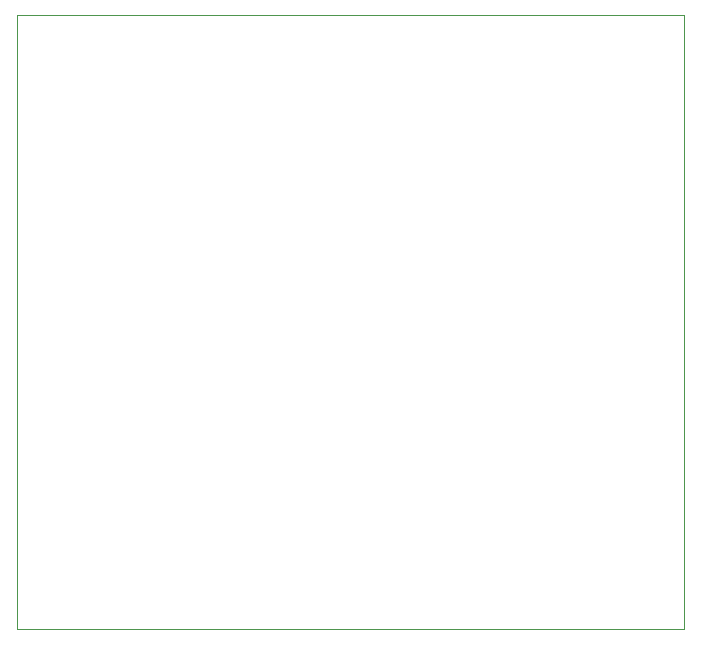
<source format=gm1>
G04 #@! TF.GenerationSoftware,KiCad,Pcbnew,5.1.6*
G04 #@! TF.CreationDate,2020-08-10T14:59:47+02:00*
G04 #@! TF.ProjectId,nixie_clock_holder,6e697869-655f-4636-9c6f-636b5f686f6c,rev?*
G04 #@! TF.SameCoordinates,Original*
G04 #@! TF.FileFunction,Profile,NP*
%FSLAX46Y46*%
G04 Gerber Fmt 4.6, Leading zero omitted, Abs format (unit mm)*
G04 Created by KiCad (PCBNEW 5.1.6) date 2020-08-10 14:59:47*
%MOMM*%
%LPD*%
G01*
G04 APERTURE LIST*
G04 #@! TA.AperFunction,Profile*
%ADD10C,0.050000*%
G04 #@! TD*
G04 APERTURE END LIST*
D10*
X169500000Y-130500000D02*
X169500000Y-78500000D01*
X226000000Y-130500000D02*
X169500000Y-130500000D01*
X226000000Y-78500000D02*
X226000000Y-130500000D01*
X169500000Y-78500000D02*
X226000000Y-78500000D01*
M02*

</source>
